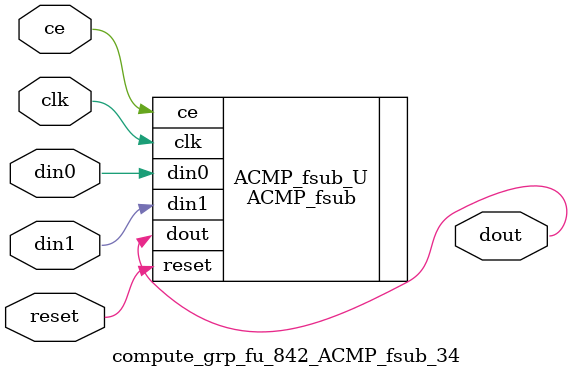
<source format=v>

`timescale 1 ns / 1 ps
module compute_grp_fu_842_ACMP_fsub_34(
    clk,
    reset,
    ce,
    din0,
    din1,
    dout);

parameter ID = 32'd1;
parameter NUM_STAGE = 32'd1;
parameter din0_WIDTH = 32'd1;
parameter din1_WIDTH = 32'd1;
parameter dout_WIDTH = 32'd1;
input clk;
input reset;
input ce;
input[din0_WIDTH - 1:0] din0;
input[din1_WIDTH - 1:0] din1;
output[dout_WIDTH - 1:0] dout;



ACMP_fsub #(
.ID( ID ),
.NUM_STAGE( 4 ),
.din0_WIDTH( din0_WIDTH ),
.din1_WIDTH( din1_WIDTH ),
.dout_WIDTH( dout_WIDTH ))
ACMP_fsub_U(
    .clk( clk ),
    .reset( reset ),
    .ce( ce ),
    .din0( din0 ),
    .din1( din1 ),
    .dout( dout ));

endmodule

</source>
